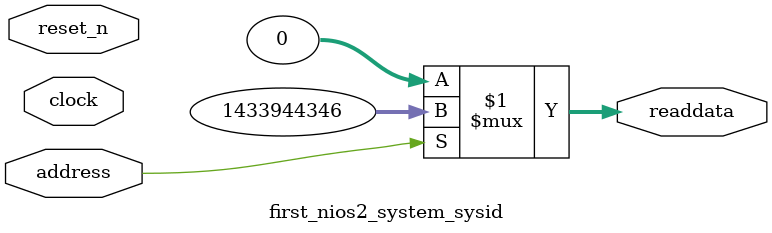
<source format=v>

`timescale 1ns / 1ps
// synthesis translate_on

// turn off superfluous verilog processor warnings 
// altera message_level Level1 
// altera message_off 10034 10035 10036 10037 10230 10240 10030 

module first_nios2_system_sysid (
               // inputs:
                address,
                clock,
                reset_n,

               // outputs:
                readdata
             )
;

  output  [ 31: 0] readdata;
  input            address;
  input            clock;
  input            reset_n;

  wire    [ 31: 0] readdata;
  //control_slave, which is an e_avalon_slave
  assign readdata = address ? 1433944346 : 0;

endmodule




</source>
